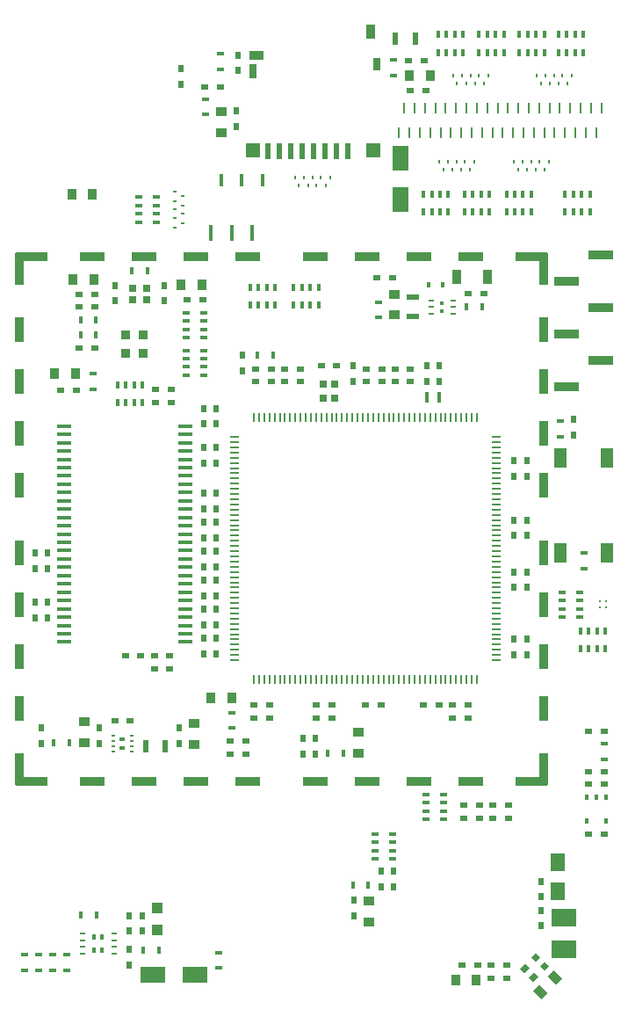
<source format=gbr>
G04 #@! TF.FileFunction,Paste,Top*
%FSLAX46Y46*%
G04 Gerber Fmt 4.6, Leading zero omitted, Abs format (unit mm)*
G04 Created by KiCad (PCBNEW 4.0.7) date 04/10/18 20:02:39*
%MOMM*%
%LPD*%
G01*
G04 APERTURE LIST*
%ADD10C,0.100000*%
%ADD11R,2.347600X1.647600*%
%ADD12R,0.097600X0.847600*%
%ADD13R,0.847600X0.097600*%
%ADD14R,0.357600X0.547600*%
%ADD15R,0.747600X0.647600*%
%ADD16R,0.647600X0.747600*%
%ADD17R,0.447600X1.047600*%
%ADD18R,0.547600X0.097600*%
%ADD19R,0.097600X0.547600*%
%ADD20R,0.882600X0.882600*%
%ADD21R,0.497600X0.197600*%
%ADD22R,0.447600X0.327600*%
%ADD23R,0.312600X0.567600*%
%ADD24R,0.347600X0.147600*%
%ADD25R,0.483600X0.375600*%
%ADD26R,1.367600X0.305600*%
%ADD27R,0.147600X0.967600*%
%ADD28R,0.967600X0.147600*%
%ADD29R,1.247600X1.947600*%
%ADD30R,0.747600X0.297600*%
%ADD31R,0.297600X0.747600*%
%ADD32R,0.347600X0.747600*%
%ADD33R,0.747600X0.347600*%
%ADD34R,0.547600X1.147600*%
%ADD35R,1.147600X0.547600*%
%ADD36R,0.547600X1.597600*%
%ADD37R,1.347600X1.347600*%
%ADD38R,0.647600X1.347600*%
%ADD39R,1.347600X0.847600*%
%ADD40R,0.647600X1.247600*%
%ADD41R,0.847600X1.397600*%
%ADD42R,0.447600X1.297600*%
%ADD43R,0.447600X1.497600*%
%ADD44R,0.247600X1.047600*%
%ADD45R,2.357600X0.847600*%
%ADD46R,0.847600X3.147600*%
%ADD47R,0.847600X2.447600*%
%ADD48R,3.147600X0.847600*%
%ADD49R,2.447600X0.847600*%
%ADD50R,1.047600X1.047600*%
%ADD51R,1.647600X2.347600*%
%ADD52R,0.447600X0.547600*%
%ADD53R,0.247600X0.247600*%
%ADD54R,0.847600X1.097600*%
%ADD55R,0.647600X0.597600*%
%ADD56R,0.597600X0.647600*%
%ADD57R,1.097600X0.847600*%
%ADD58R,0.847600X1.447600*%
%ADD59R,2.347600X1.797600*%
%ADD60R,1.347600X1.797600*%
%ADD61R,0.147600X0.347600*%
G04 APERTURE END LIST*
D10*
D11*
X210800000Y-119350000D03*
X214800000Y-119350000D03*
D12*
X244800000Y-105650000D03*
X244300000Y-105650000D03*
X243800000Y-105650000D03*
X243300000Y-105650000D03*
X242800000Y-105650000D03*
X242300000Y-105650000D03*
X241800000Y-105650000D03*
X241300000Y-105650000D03*
X240800000Y-105650000D03*
X240300000Y-105650000D03*
X239800000Y-105650000D03*
X239300000Y-105650000D03*
X238800000Y-105650000D03*
X238300000Y-105650000D03*
X237800000Y-105650000D03*
X237300000Y-105650000D03*
D13*
X235350000Y-107600000D03*
X235350000Y-108100000D03*
X235350000Y-108600000D03*
X235350000Y-109100000D03*
X235350000Y-109600000D03*
X235350000Y-110100000D03*
X235350000Y-110600000D03*
X235350000Y-111100000D03*
X235350000Y-111600000D03*
X235350000Y-112100000D03*
X235350000Y-112600000D03*
X235350000Y-113100000D03*
X235350000Y-113600000D03*
X235350000Y-114100000D03*
X235350000Y-114600000D03*
X235350000Y-115100000D03*
D12*
X237300000Y-117050000D03*
X237800000Y-117050000D03*
X238300000Y-117050000D03*
X238800000Y-117050000D03*
X239300000Y-117050000D03*
X239800000Y-117050000D03*
X240300000Y-117050000D03*
X240800000Y-117050000D03*
X241300000Y-117050000D03*
X241800000Y-117050000D03*
X242300000Y-117050000D03*
X242800000Y-117050000D03*
X243300000Y-117050000D03*
X243800000Y-117050000D03*
X244300000Y-117050000D03*
X244800000Y-117050000D03*
D13*
X246750000Y-115100000D03*
X246750000Y-114600000D03*
X246750000Y-114100000D03*
X246750000Y-113600000D03*
X246750000Y-113100000D03*
X246750000Y-112600000D03*
X246750000Y-112100000D03*
X246750000Y-111600000D03*
X246750000Y-111100000D03*
X246750000Y-110600000D03*
X246750000Y-110100000D03*
X246750000Y-109600000D03*
X246750000Y-109100000D03*
X246750000Y-108600000D03*
X246750000Y-108100000D03*
X246750000Y-107600000D03*
D14*
X254450000Y-102240000D03*
X253500000Y-102240000D03*
X252550000Y-102240000D03*
X252550000Y-104560000D03*
X254450000Y-104560000D03*
D15*
X208800000Y-54350000D03*
X210200000Y-54350000D03*
X210200000Y-53250000D03*
X208800000Y-53250000D03*
D16*
X228300000Y-63850000D03*
X228300000Y-62450000D03*
X227200000Y-62450000D03*
X227200000Y-63850000D03*
D17*
X238350000Y-63750000D03*
X237150000Y-63750000D03*
D18*
X206600000Y-56850000D03*
X206600000Y-57350000D03*
X206600000Y-57850000D03*
X206600000Y-58350000D03*
X206600000Y-58850000D03*
X206600000Y-59350000D03*
X206600000Y-59850000D03*
X206600000Y-60350000D03*
D19*
X207250000Y-61000000D03*
X207750000Y-61000000D03*
X208250000Y-61000000D03*
X208750000Y-61000000D03*
X209250000Y-61000000D03*
X209750000Y-61000000D03*
X210250000Y-61000000D03*
X210750000Y-61000000D03*
D18*
X211400000Y-60350000D03*
X211400000Y-59850000D03*
X211400000Y-59350000D03*
X211400000Y-58850000D03*
X211400000Y-58350000D03*
X211400000Y-57850000D03*
X211400000Y-57350000D03*
X211400000Y-56850000D03*
D19*
X210750000Y-56200000D03*
X210250000Y-56200000D03*
X209750000Y-56200000D03*
X209250000Y-56200000D03*
X208750000Y-56200000D03*
X208250000Y-56200000D03*
X207750000Y-56200000D03*
X207250000Y-56200000D03*
D20*
X209862500Y-59462500D03*
X209862500Y-57737500D03*
X208137500Y-59462500D03*
X208137500Y-57737500D03*
D21*
X239696448Y-55696625D03*
X239696448Y-55046625D03*
X239696448Y-54396625D03*
X237596448Y-54396625D03*
X237596448Y-55046625D03*
X237596448Y-55696625D03*
D22*
X238646448Y-54646625D03*
X238646448Y-55446625D03*
D21*
X203950000Y-115375000D03*
X203950000Y-116025000D03*
X203950000Y-116675000D03*
X203950000Y-117325000D03*
X207050000Y-117325000D03*
X207050000Y-116675000D03*
X207050000Y-116025000D03*
X207050000Y-115375000D03*
D23*
X205887500Y-116950000D03*
X205887500Y-115750000D03*
X205112500Y-116950000D03*
X205112500Y-115750000D03*
D24*
X208735913Y-97822487D03*
X208735913Y-97322487D03*
X208735913Y-96822487D03*
X208735913Y-96322487D03*
X206935913Y-96322487D03*
X206935913Y-96822487D03*
X206935913Y-97322487D03*
X206935913Y-97822487D03*
D25*
X207835913Y-96632487D03*
X207835913Y-97512487D03*
D26*
X213890000Y-87300000D03*
X213890000Y-86500000D03*
X213890000Y-85700000D03*
X213890000Y-84900000D03*
X213890000Y-84100000D03*
X213890000Y-83300000D03*
X213890000Y-82500000D03*
X213890000Y-81700000D03*
X213890000Y-80900000D03*
X213890000Y-80100000D03*
X213890000Y-79300000D03*
X213890000Y-78500000D03*
X213890000Y-77700000D03*
X213890000Y-76900000D03*
X213890000Y-76100000D03*
X213890000Y-75300000D03*
X213890000Y-74500000D03*
X213890000Y-73700000D03*
X213890000Y-72900000D03*
X213890000Y-72100000D03*
X213890000Y-71300000D03*
X213890000Y-70500000D03*
X213890000Y-69700000D03*
X213890000Y-68900000D03*
X213890000Y-68100000D03*
X213890000Y-67300000D03*
X213890000Y-66500000D03*
X202210000Y-66500000D03*
X202210000Y-67300000D03*
X202210000Y-68100000D03*
X202210000Y-68900000D03*
X202210000Y-69700000D03*
X202210000Y-70500000D03*
X202210000Y-71300000D03*
X202210000Y-72100000D03*
X202210000Y-72900000D03*
X202210000Y-73700000D03*
X202210000Y-74500000D03*
X202210000Y-75300000D03*
X202210000Y-76100000D03*
X202210000Y-76900000D03*
X202210000Y-77700000D03*
X202210000Y-78500000D03*
X202210000Y-79300000D03*
X202210000Y-80100000D03*
X202210000Y-80900000D03*
X202210000Y-81700000D03*
X202210000Y-82500000D03*
X202210000Y-83300000D03*
X202210000Y-84100000D03*
X202210000Y-84900000D03*
X202210000Y-85700000D03*
X202210000Y-86500000D03*
X202210000Y-87300000D03*
D27*
X242000000Y-65680000D03*
X241500000Y-65680000D03*
X241000000Y-65680000D03*
X240500000Y-65680000D03*
X240000000Y-65680000D03*
X239500000Y-65680000D03*
X239000000Y-65680000D03*
X238500000Y-65680000D03*
X238000000Y-65680000D03*
X237500000Y-65680000D03*
X237000000Y-65680000D03*
X236500000Y-65680000D03*
X236000000Y-65680000D03*
X235500000Y-65680000D03*
X235000000Y-65680000D03*
X234500000Y-65680000D03*
X234000000Y-65680000D03*
X233500000Y-65680000D03*
X233000000Y-65680000D03*
X232500000Y-65680000D03*
X232000000Y-65680000D03*
X231500000Y-65680000D03*
X231000000Y-65680000D03*
X230500000Y-65680000D03*
X230000000Y-65680000D03*
X229500000Y-65680000D03*
X229000000Y-65680000D03*
X228500000Y-65680000D03*
X228000000Y-65680000D03*
X227500000Y-65680000D03*
X227000000Y-65680000D03*
X226500000Y-65680000D03*
X226000000Y-65680000D03*
X225500000Y-65680000D03*
X225000000Y-65680000D03*
X224500000Y-65680000D03*
X224000000Y-65680000D03*
X223500000Y-65680000D03*
X223000000Y-65680000D03*
X222500000Y-65680000D03*
X222000000Y-65680000D03*
X221500000Y-65680000D03*
X221000000Y-65680000D03*
X220500000Y-65680000D03*
D28*
X218630000Y-67550000D03*
X218630000Y-68050000D03*
X218630000Y-68550000D03*
X218630000Y-69050000D03*
X218630000Y-69550000D03*
X218630000Y-70050000D03*
X218630000Y-70550000D03*
X218630000Y-71050000D03*
X218630000Y-71550000D03*
X218630000Y-72050000D03*
X218630000Y-72550000D03*
X218630000Y-73050000D03*
X218630000Y-73550000D03*
X218630000Y-74050000D03*
X218630000Y-74550000D03*
X218630000Y-75050000D03*
X218630000Y-75550000D03*
X218630000Y-76050000D03*
X218630000Y-76550000D03*
X218630000Y-77050000D03*
X218630000Y-77550000D03*
X218630000Y-78050000D03*
X218630000Y-78550000D03*
X218630000Y-79050000D03*
X218630000Y-79550000D03*
X218630000Y-80050000D03*
X218630000Y-80550000D03*
X218630000Y-81050000D03*
X218630000Y-81550000D03*
X218630000Y-82050000D03*
X218630000Y-82550000D03*
X218630000Y-83050000D03*
X218630000Y-83550000D03*
X218630000Y-84050000D03*
X218630000Y-84550000D03*
X218630000Y-85050000D03*
X218630000Y-85550000D03*
X218630000Y-86050000D03*
X218630000Y-86550000D03*
X218630000Y-87050000D03*
X218630000Y-87550000D03*
X218630000Y-88050000D03*
X218630000Y-88550000D03*
X218630000Y-89050000D03*
D27*
X220500000Y-90920000D03*
X221000000Y-90920000D03*
X221500000Y-90920000D03*
X222000000Y-90920000D03*
X222500000Y-90920000D03*
X223000000Y-90920000D03*
X223500000Y-90920000D03*
X224000000Y-90920000D03*
X224500000Y-90920000D03*
X225000000Y-90920000D03*
X225500000Y-90920000D03*
X226000000Y-90920000D03*
X226500000Y-90920000D03*
X227000000Y-90920000D03*
X227500000Y-90920000D03*
X228000000Y-90920000D03*
X228500000Y-90920000D03*
X229000000Y-90920000D03*
X229500000Y-90920000D03*
X230000000Y-90920000D03*
X230500000Y-90920000D03*
X231000000Y-90920000D03*
X231500000Y-90920000D03*
X232000000Y-90920000D03*
X232500000Y-90920000D03*
X233000000Y-90920000D03*
X233500000Y-90920000D03*
X234000000Y-90920000D03*
X234500000Y-90920000D03*
X235000000Y-90920000D03*
X235500000Y-90920000D03*
X236000000Y-90920000D03*
X236500000Y-90920000D03*
X237000000Y-90920000D03*
X237500000Y-90920000D03*
X238000000Y-90920000D03*
X238500000Y-90920000D03*
X239000000Y-90920000D03*
X239500000Y-90920000D03*
X240000000Y-90920000D03*
X240500000Y-90920000D03*
X241000000Y-90920000D03*
X241500000Y-90920000D03*
X242000000Y-90920000D03*
D28*
X243870000Y-89050000D03*
X243870000Y-88550000D03*
X243870000Y-88050000D03*
X243870000Y-87550000D03*
X243870000Y-87050000D03*
X243870000Y-86550000D03*
X243870000Y-86050000D03*
X243870000Y-85550000D03*
X243870000Y-85050000D03*
X243870000Y-84550000D03*
X243870000Y-84050000D03*
X243870000Y-83550000D03*
X243870000Y-83050000D03*
X243870000Y-82550000D03*
X243870000Y-82050000D03*
X243870000Y-81550000D03*
X243870000Y-81050000D03*
X243870000Y-80550000D03*
X243870000Y-80050000D03*
X243870000Y-79550000D03*
X243870000Y-79050000D03*
X243870000Y-78550000D03*
X243870000Y-78050000D03*
X243870000Y-77550000D03*
X243870000Y-77050000D03*
X243870000Y-76550000D03*
X243870000Y-76050000D03*
X243870000Y-75550000D03*
X243870000Y-75050000D03*
X243870000Y-74550000D03*
X243870000Y-74050000D03*
X243870000Y-73550000D03*
X243870000Y-73050000D03*
X243870000Y-72550000D03*
X243870000Y-72050000D03*
X243870000Y-71550000D03*
X243870000Y-71050000D03*
X243870000Y-70550000D03*
X243870000Y-70050000D03*
X243870000Y-69550000D03*
X243870000Y-69050000D03*
X243870000Y-68550000D03*
X243870000Y-68050000D03*
X243870000Y-67550000D03*
D29*
X254550000Y-69600000D03*
X254550000Y-78700000D03*
X250050000Y-69600000D03*
X250050000Y-78700000D03*
D30*
X215700000Y-57200000D03*
X215700000Y-56400000D03*
X215700000Y-55600000D03*
X215700000Y-58000000D03*
X214000000Y-55600000D03*
X214000000Y-56400000D03*
X214000000Y-57200000D03*
X214000000Y-58000000D03*
X215700000Y-60800000D03*
X215700000Y-60000000D03*
X215700000Y-59200000D03*
X215700000Y-61600000D03*
X214000000Y-59200000D03*
X214000000Y-60000000D03*
X214000000Y-60800000D03*
X214000000Y-61600000D03*
D31*
X208150000Y-64200000D03*
X208950000Y-64200000D03*
X209750000Y-64200000D03*
X207350000Y-64200000D03*
X209750000Y-62500000D03*
X208950000Y-62500000D03*
X208150000Y-62500000D03*
X207350000Y-62500000D03*
X220950000Y-54850000D03*
X221750000Y-54850000D03*
X222550000Y-54850000D03*
X220150000Y-54850000D03*
X222550000Y-53150000D03*
X221750000Y-53150000D03*
X220950000Y-53150000D03*
X220150000Y-53150000D03*
X225150000Y-54850000D03*
X225950000Y-54850000D03*
X226750000Y-54850000D03*
X224350000Y-54850000D03*
X226750000Y-53150000D03*
X225950000Y-53150000D03*
X225150000Y-53150000D03*
X224350000Y-53150000D03*
D30*
X209400000Y-45250000D03*
X209400000Y-46050000D03*
X209400000Y-46850000D03*
X209400000Y-44450000D03*
X211100000Y-46850000D03*
X211100000Y-46050000D03*
X211100000Y-45250000D03*
X211100000Y-44450000D03*
D31*
X237650000Y-45900000D03*
X238450000Y-45900000D03*
X239250000Y-45900000D03*
X236850000Y-45900000D03*
X239250000Y-44200000D03*
X238450000Y-44200000D03*
X237650000Y-44200000D03*
X236850000Y-44200000D03*
X239850000Y-28800000D03*
X239050000Y-28800000D03*
X238250000Y-28800000D03*
X240650000Y-28800000D03*
X238250000Y-30500000D03*
X239050000Y-30500000D03*
X239850000Y-30500000D03*
X240650000Y-30500000D03*
X241600000Y-45900000D03*
X242400000Y-45900000D03*
X243200000Y-45900000D03*
X240800000Y-45900000D03*
X243200000Y-44200000D03*
X242400000Y-44200000D03*
X241600000Y-44200000D03*
X240800000Y-44200000D03*
X243800000Y-28800000D03*
X243000000Y-28800000D03*
X242200000Y-28800000D03*
X244600000Y-28800000D03*
X242200000Y-30500000D03*
X243000000Y-30500000D03*
X243800000Y-30500000D03*
X244600000Y-30500000D03*
X245650000Y-45900000D03*
X246450000Y-45900000D03*
X247250000Y-45900000D03*
X244850000Y-45900000D03*
X247250000Y-44200000D03*
X246450000Y-44200000D03*
X245650000Y-44200000D03*
X244850000Y-44200000D03*
X247700000Y-28800000D03*
X246900000Y-28800000D03*
X246100000Y-28800000D03*
X248500000Y-28800000D03*
X246100000Y-30500000D03*
X246900000Y-30500000D03*
X247700000Y-30500000D03*
X248500000Y-30500000D03*
X251300000Y-45900000D03*
X252100000Y-45900000D03*
X252900000Y-45900000D03*
X250500000Y-45900000D03*
X252900000Y-44200000D03*
X252100000Y-44200000D03*
X251300000Y-44200000D03*
X250500000Y-44200000D03*
X251450000Y-28800000D03*
X250650000Y-28800000D03*
X249850000Y-28800000D03*
X252250000Y-28800000D03*
X249850000Y-30500000D03*
X250650000Y-30500000D03*
X251450000Y-30500000D03*
X252250000Y-30500000D03*
D30*
X232200000Y-106600000D03*
X232200000Y-107400000D03*
X232200000Y-108200000D03*
X232200000Y-105800000D03*
X233900000Y-108200000D03*
X233900000Y-107400000D03*
X233900000Y-106600000D03*
X233900000Y-105800000D03*
X237100000Y-102800000D03*
X237100000Y-103600000D03*
X237100000Y-104400000D03*
X237100000Y-102000000D03*
X238800000Y-104400000D03*
X238800000Y-103600000D03*
X238800000Y-102800000D03*
X238800000Y-102000000D03*
D31*
X253600000Y-86250000D03*
X252800000Y-86250000D03*
X252000000Y-86250000D03*
X254400000Y-86250000D03*
X252000000Y-87950000D03*
X252800000Y-87950000D03*
X253600000Y-87950000D03*
X254400000Y-87950000D03*
D30*
X250250000Y-83300000D03*
X250250000Y-84100000D03*
X250250000Y-84900000D03*
X250250000Y-82500000D03*
X251950000Y-84900000D03*
X251950000Y-84100000D03*
X251950000Y-83300000D03*
X251950000Y-82500000D03*
D32*
X205300000Y-56300000D03*
X203800000Y-56300000D03*
X210250000Y-51500000D03*
X208750000Y-51500000D03*
X203800000Y-57700000D03*
X205300000Y-57700000D03*
D33*
X217300000Y-30650000D03*
X217300000Y-32150000D03*
X217100000Y-117200000D03*
X217100000Y-118700000D03*
D32*
X240996446Y-55046625D03*
X242496446Y-55046625D03*
D34*
X236050000Y-29150000D03*
X234150000Y-29150000D03*
D33*
X202450000Y-118900000D03*
X202450000Y-117400000D03*
D32*
X203850000Y-113600000D03*
X205350000Y-113600000D03*
D33*
X201100000Y-117400000D03*
X201100000Y-118900000D03*
X199750000Y-117400000D03*
X199750000Y-118900000D03*
X198400000Y-117400000D03*
X198400000Y-118900000D03*
X252300000Y-78700000D03*
X252300000Y-80200000D03*
X250050000Y-67500000D03*
X250050000Y-66000000D03*
X205000000Y-62950000D03*
X205000000Y-61450000D03*
X215850000Y-35000000D03*
X215850000Y-36500000D03*
X233950000Y-31200000D03*
X233950000Y-32700000D03*
X254250000Y-97100000D03*
X254250000Y-98600000D03*
D34*
X211985912Y-97322487D03*
X210085912Y-97322487D03*
D35*
X235796447Y-55946626D03*
X235796447Y-54046626D03*
D33*
X232496446Y-54546626D03*
X232496446Y-56046626D03*
D32*
X201235913Y-96972488D03*
X202735913Y-96972488D03*
X230050000Y-110700000D03*
X231550000Y-110700000D03*
D33*
X218400000Y-95600000D03*
X218400000Y-94100000D03*
D32*
X220850000Y-59700000D03*
X222350000Y-59700000D03*
X227650000Y-98050000D03*
X229150000Y-98050000D03*
D36*
X229575000Y-40050000D03*
X228475000Y-40050000D03*
X227375000Y-40050000D03*
X226275000Y-40050000D03*
X225175000Y-40050000D03*
X224075000Y-40050000D03*
X222975000Y-40050000D03*
X221875000Y-40050000D03*
D37*
X220425000Y-39925000D03*
X232025000Y-39925000D03*
D38*
X220425000Y-32325000D03*
D39*
X220775000Y-30825000D03*
D40*
X232375000Y-31675000D03*
D41*
X231775000Y-28475000D03*
D42*
X221350000Y-42800000D03*
X219350000Y-42800000D03*
X217350000Y-42800000D03*
D43*
X220350000Y-47900000D03*
X218350000Y-47900000D03*
X216350000Y-47900000D03*
D44*
X254000000Y-35850000D03*
X253500000Y-38250000D03*
X253000000Y-35850000D03*
X252500000Y-38250000D03*
X252000000Y-35850000D03*
X251500000Y-38250000D03*
X251000000Y-35850000D03*
X250500000Y-38250000D03*
X250000000Y-35850000D03*
X249500000Y-38250000D03*
X249000000Y-35850000D03*
X248500000Y-38250000D03*
X248000000Y-35850000D03*
X247500000Y-38250000D03*
X247000000Y-35850000D03*
X246500000Y-38250000D03*
X246000000Y-35850000D03*
X245500000Y-38250000D03*
X245000000Y-35850000D03*
X244500000Y-38250000D03*
X244000000Y-35850000D03*
X243500000Y-38250000D03*
X243000000Y-35850000D03*
X242500000Y-38250000D03*
X242000000Y-35850000D03*
X241500000Y-38250000D03*
X241000000Y-35850000D03*
X240500000Y-38250000D03*
X240000000Y-35850000D03*
X239500000Y-38250000D03*
X239000000Y-35850000D03*
X238500000Y-38250000D03*
X238000000Y-35850000D03*
X237500000Y-38250000D03*
X237000000Y-35850000D03*
X236500000Y-38250000D03*
X236000000Y-35850000D03*
X235500000Y-38250000D03*
X235000000Y-35850000D03*
X234500000Y-38250000D03*
D45*
X250645000Y-52590000D03*
X250645000Y-57670000D03*
X250645000Y-62750000D03*
X253955000Y-50050000D03*
X253955000Y-55130000D03*
X253955000Y-60210000D03*
D32*
X209850000Y-116950000D03*
X211350000Y-116950000D03*
D46*
X197900000Y-51350000D03*
D47*
X197900000Y-57200000D03*
X197900000Y-62200000D03*
X197900000Y-67200000D03*
X197900000Y-72200000D03*
X197900000Y-78700000D03*
X197900000Y-83700000D03*
X197900000Y-88700000D03*
X197900000Y-93700000D03*
D46*
X197900000Y-99550000D03*
D48*
X199050000Y-100700000D03*
D49*
X204900000Y-100700000D03*
X209900000Y-100700000D03*
X214900000Y-100700000D03*
X219900000Y-100700000D03*
X226400000Y-100700000D03*
X231400000Y-100700000D03*
X236400000Y-100700000D03*
X241400000Y-100700000D03*
D48*
X247250000Y-100700000D03*
D46*
X248400000Y-99550000D03*
D47*
X248400000Y-93700000D03*
X248400000Y-88700000D03*
X248400000Y-83700000D03*
X248400000Y-78700000D03*
X248400000Y-72200000D03*
X248400000Y-67200000D03*
X248400000Y-62200000D03*
X248400000Y-57200000D03*
D46*
X248400000Y-51350000D03*
D48*
X247250000Y-50200000D03*
D49*
X241400000Y-50200000D03*
X236400000Y-50200000D03*
X231400000Y-50200000D03*
X226400000Y-50200000D03*
X219900000Y-50200000D03*
X214900000Y-50200000D03*
X209900000Y-50200000D03*
X204900000Y-50200000D03*
D48*
X199050000Y-50200000D03*
D50*
X211150000Y-115000000D03*
X211150000Y-112900000D03*
D51*
X234600000Y-44700000D03*
X234600000Y-40700000D03*
D52*
X237346448Y-52896625D03*
X238746448Y-52896625D03*
D53*
X253850000Y-83400000D03*
X253850000Y-84000000D03*
X254450000Y-84000000D03*
X254450000Y-83400000D03*
D54*
X205100000Y-52350000D03*
X203100000Y-52350000D03*
D55*
X203650000Y-53800000D03*
X205150000Y-53800000D03*
D54*
X213500000Y-52850000D03*
X215500000Y-52850000D03*
D55*
X212550000Y-64250000D03*
X211050000Y-64250000D03*
X203650000Y-55000000D03*
X205150000Y-55000000D03*
X215600000Y-54300000D03*
X214100000Y-54300000D03*
D56*
X207150000Y-54450000D03*
X207150000Y-52950000D03*
X211850000Y-52950000D03*
X211850000Y-54450000D03*
D55*
X212550000Y-63000000D03*
X211050000Y-63000000D03*
X203650000Y-59000000D03*
X205150000Y-59000000D03*
D54*
X204950000Y-44200000D03*
X202950000Y-44200000D03*
X203300000Y-61400000D03*
X201300000Y-61400000D03*
D55*
X201900000Y-63050000D03*
X203400000Y-63050000D03*
D56*
X213500000Y-32050000D03*
X213500000Y-33550000D03*
X219000000Y-32250000D03*
X219000000Y-30750000D03*
X218850000Y-37650000D03*
X218850000Y-36150000D03*
D57*
X217400000Y-36250000D03*
X217400000Y-38250000D03*
D55*
X217300000Y-33800000D03*
X215800000Y-33800000D03*
X237100000Y-34200000D03*
X235600000Y-34200000D03*
D54*
X235500000Y-32750000D03*
X237500000Y-32750000D03*
D55*
X236900000Y-31300000D03*
X235400000Y-31300000D03*
X252800000Y-105800000D03*
X254300000Y-105800000D03*
D56*
X208500000Y-118400000D03*
X208500000Y-116900000D03*
D55*
X252800000Y-101000000D03*
X254300000Y-101000000D03*
X252800000Y-99800000D03*
X254300000Y-99800000D03*
D56*
X208500000Y-113650000D03*
X208500000Y-115150000D03*
D55*
X252800000Y-95900000D03*
X254300000Y-95900000D03*
X241146447Y-53746625D03*
X242646447Y-53746625D03*
D56*
X209750000Y-113650000D03*
X209750000Y-115150000D03*
D57*
X214735913Y-97172488D03*
X214735913Y-95172488D03*
D56*
X213285913Y-95572487D03*
X213285913Y-97072487D03*
D55*
X208585913Y-94872487D03*
X207085913Y-94872487D03*
D58*
X240046446Y-52096625D03*
X243046446Y-52096625D03*
D57*
X234046446Y-55796625D03*
X234046446Y-53796625D03*
D55*
X233846446Y-52196626D03*
X232346446Y-52196626D03*
D56*
X205585913Y-95572488D03*
X205585913Y-97072488D03*
D57*
X204135912Y-96972487D03*
X204135912Y-94972487D03*
D56*
X200035913Y-95572487D03*
X200035913Y-97072487D03*
D10*
G36*
X247662652Y-118109915D02*
X247240085Y-117687348D01*
X247698008Y-117229425D01*
X248120575Y-117651992D01*
X247662652Y-118109915D01*
X247662652Y-118109915D01*
G37*
G36*
X246601992Y-119170575D02*
X246179425Y-118748008D01*
X246637348Y-118290085D01*
X247059915Y-118712652D01*
X246601992Y-119170575D01*
X246601992Y-119170575D01*
G37*
D56*
X233950000Y-109350000D03*
X233950000Y-110850000D03*
D10*
G36*
X248512652Y-118959915D02*
X248090085Y-118537348D01*
X248548008Y-118079425D01*
X248970575Y-118501992D01*
X248512652Y-118959915D01*
X248512652Y-118959915D01*
G37*
G36*
X247451992Y-120020575D02*
X247029425Y-119598008D01*
X247487348Y-119140085D01*
X247909915Y-119562652D01*
X247451992Y-120020575D01*
X247451992Y-120020575D01*
G37*
D56*
X232750000Y-109350000D03*
X232750000Y-110850000D03*
D55*
X244850000Y-118450000D03*
X243350000Y-118450000D03*
X240750000Y-103050000D03*
X242250000Y-103050000D03*
X244850000Y-119650000D03*
X243350000Y-119650000D03*
X240750000Y-104250000D03*
X242250000Y-104250000D03*
X245050000Y-103050000D03*
X243550000Y-103050000D03*
D10*
G36*
X248181281Y-121694839D02*
X247405161Y-120918719D01*
X248004505Y-120319375D01*
X248780625Y-121095495D01*
X248181281Y-121694839D01*
X248181281Y-121694839D01*
G37*
G36*
X249595495Y-120280625D02*
X248819375Y-119504505D01*
X249418719Y-118905161D01*
X250194839Y-119681281D01*
X249595495Y-120280625D01*
X249595495Y-120280625D01*
G37*
D55*
X245050000Y-104250000D03*
X243550000Y-104250000D03*
X240550000Y-118450000D03*
X242050000Y-118450000D03*
D56*
X248150000Y-114650000D03*
X248150000Y-113150000D03*
D54*
X241950000Y-119900000D03*
X239950000Y-119900000D03*
D59*
X250400000Y-113825000D03*
X250400000Y-116875000D03*
D56*
X248150000Y-110350000D03*
X248150000Y-111850000D03*
D57*
X231600000Y-112250000D03*
X231600000Y-114250000D03*
D60*
X249800000Y-111275000D03*
X249800000Y-108525000D03*
D56*
X230150000Y-113650000D03*
X230150000Y-112150000D03*
X200600000Y-80200000D03*
X200600000Y-78700000D03*
X199400000Y-80200000D03*
X199400000Y-78700000D03*
X200600000Y-84950000D03*
X200600000Y-83450000D03*
X199400000Y-84950000D03*
X199400000Y-83450000D03*
X215700000Y-64800000D03*
X215700000Y-66300000D03*
X216900000Y-64800000D03*
X216900000Y-66300000D03*
X215700000Y-77250000D03*
X215700000Y-75750000D03*
X216900000Y-77250000D03*
X216900000Y-75750000D03*
X215700000Y-84150000D03*
X215700000Y-85650000D03*
D55*
X209600000Y-88650000D03*
X208100000Y-88650000D03*
D56*
X215700000Y-78550000D03*
X215700000Y-80050000D03*
X216900000Y-78550000D03*
X216900000Y-80050000D03*
D55*
X210900000Y-88650000D03*
X212400000Y-88650000D03*
X210900000Y-89850000D03*
X212400000Y-89850000D03*
D54*
X218350000Y-92700000D03*
X216350000Y-92700000D03*
D55*
X219750000Y-96800000D03*
X218250000Y-96800000D03*
X219750000Y-98100000D03*
X218250000Y-98100000D03*
D56*
X216900000Y-84150000D03*
X216900000Y-85650000D03*
D55*
X238350000Y-93400000D03*
X236850000Y-93400000D03*
D56*
X245600000Y-77050000D03*
X245600000Y-75550000D03*
X245600000Y-71350000D03*
X245600000Y-69850000D03*
X245600000Y-82050000D03*
X245600000Y-80550000D03*
X246800000Y-77050000D03*
X246800000Y-75550000D03*
X246800000Y-71350000D03*
X246800000Y-69850000D03*
X246800000Y-82050000D03*
X246800000Y-80550000D03*
D55*
X231250000Y-93400000D03*
X232750000Y-93400000D03*
D56*
X245600000Y-88550000D03*
X245600000Y-87050000D03*
D55*
X239650000Y-93400000D03*
X241150000Y-93400000D03*
D56*
X246800000Y-88550000D03*
X246800000Y-87050000D03*
D55*
X239650000Y-94600000D03*
X241150000Y-94600000D03*
X226500000Y-93400000D03*
X228000000Y-93400000D03*
X220500000Y-93400000D03*
X222000000Y-93400000D03*
D56*
X216900000Y-88450000D03*
X216900000Y-86950000D03*
D55*
X226500000Y-94600000D03*
X228000000Y-94600000D03*
X220500000Y-94600000D03*
X222000000Y-94600000D03*
D56*
X215700000Y-88450000D03*
X215700000Y-86950000D03*
X216900000Y-82850000D03*
X216900000Y-81350000D03*
X216900000Y-72950000D03*
X216900000Y-74450000D03*
X216900000Y-68550000D03*
X216900000Y-70050000D03*
D55*
X220700000Y-62200000D03*
X222200000Y-62200000D03*
D56*
X215700000Y-82850000D03*
X215700000Y-81350000D03*
X215700000Y-72950000D03*
X215700000Y-74450000D03*
X215700000Y-68550000D03*
X215700000Y-70050000D03*
D55*
X220700000Y-61000000D03*
X222200000Y-61000000D03*
D57*
X230600000Y-98000000D03*
X230600000Y-96000000D03*
D55*
X225000000Y-62200000D03*
X223500000Y-62200000D03*
X232850000Y-62200000D03*
X231350000Y-62200000D03*
X235600000Y-62200000D03*
X234100000Y-62200000D03*
X225000000Y-61000000D03*
X223500000Y-61000000D03*
X232850000Y-61000000D03*
X231350000Y-61000000D03*
X235600000Y-61000000D03*
X234100000Y-61000000D03*
D56*
X219400000Y-61150000D03*
X219400000Y-59650000D03*
X226450000Y-96600000D03*
X226450000Y-98100000D03*
X225250000Y-96600000D03*
X225250000Y-98100000D03*
X251300000Y-65850000D03*
X251300000Y-67350000D03*
D55*
X227000000Y-60700000D03*
X228500000Y-60700000D03*
D56*
X230050000Y-62200000D03*
X230050000Y-60700000D03*
X237150000Y-62200000D03*
X237150000Y-60700000D03*
X238350000Y-62200000D03*
X238350000Y-60700000D03*
D61*
X227850000Y-42550000D03*
X226950000Y-42550000D03*
X226150000Y-42550000D03*
X225350000Y-42550000D03*
X224450000Y-42550000D03*
X226550000Y-43350000D03*
X225750000Y-43350000D03*
X227450000Y-43350000D03*
X224850000Y-43350000D03*
D24*
X212850000Y-43950000D03*
X212850000Y-44850000D03*
X212850000Y-45650000D03*
X212850000Y-46450000D03*
X212850000Y-47350000D03*
X213650000Y-45250000D03*
X213650000Y-46050000D03*
X213650000Y-44350000D03*
X213650000Y-46950000D03*
D61*
X241750000Y-41000000D03*
X240850000Y-41000000D03*
X240050000Y-41000000D03*
X239250000Y-41000000D03*
X238350000Y-41000000D03*
X240450000Y-41800000D03*
X239650000Y-41800000D03*
X241350000Y-41800000D03*
X238750000Y-41800000D03*
X243100000Y-32700000D03*
X242200000Y-32700000D03*
X241400000Y-32700000D03*
X240600000Y-32700000D03*
X239700000Y-32700000D03*
X241800000Y-33500000D03*
X241000000Y-33500000D03*
X242700000Y-33500000D03*
X240100000Y-33500000D03*
X248950000Y-41000000D03*
X248050000Y-41000000D03*
X247250000Y-41000000D03*
X246450000Y-41000000D03*
X245550000Y-41000000D03*
X247650000Y-41800000D03*
X246850000Y-41800000D03*
X248550000Y-41800000D03*
X245950000Y-41800000D03*
X251150000Y-32700000D03*
X250250000Y-32700000D03*
X249450000Y-32700000D03*
X248650000Y-32700000D03*
X247750000Y-32700000D03*
X249850000Y-33500000D03*
X249050000Y-33500000D03*
X250750000Y-33500000D03*
X248150000Y-33500000D03*
M02*

</source>
